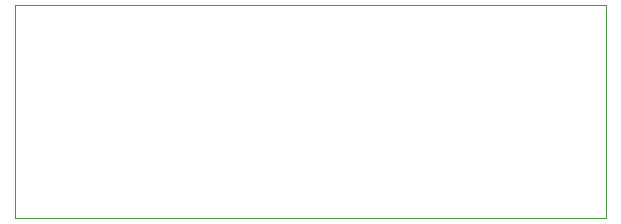
<source format=gm1>
G04 #@! TF.GenerationSoftware,KiCad,Pcbnew,(5.1.5)-3*
G04 #@! TF.CreationDate,2021-06-16T23:05:42+07:00*
G04 #@! TF.ProjectId,meteo_mini,6d657465-6f5f-46d6-996e-692e6b696361,rev?*
G04 #@! TF.SameCoordinates,Original*
G04 #@! TF.FileFunction,Profile,NP*
%FSLAX46Y46*%
G04 Gerber Fmt 4.6, Leading zero omitted, Abs format (unit mm)*
G04 Created by KiCad (PCBNEW (5.1.5)-3) date 2021-06-16 23:05:42*
%MOMM*%
%LPD*%
G04 APERTURE LIST*
%ADD10C,0.100000*%
G04 APERTURE END LIST*
D10*
X130650000Y-32500000D02*
X130650000Y-50500000D01*
X130650000Y-50500000D02*
X80650000Y-50500000D01*
X80650000Y-32500000D02*
X130650000Y-32500000D01*
X80650000Y-32500000D02*
X80650000Y-50500000D01*
M02*

</source>
